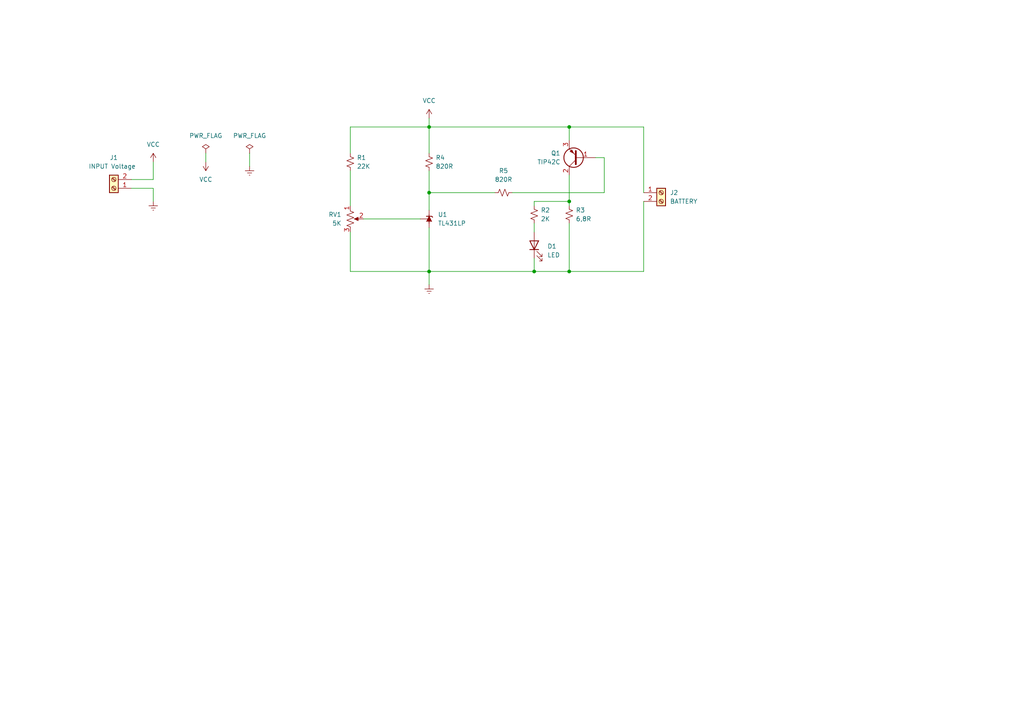
<source format=kicad_sch>
(kicad_sch (version 20230121) (generator eeschema)
  (paper "A4")
  (lib_symbols
    (symbol "Connector:Screw_Terminal_01x02" (pin_names (offset 1.016) hide)
      (property "Reference" "J" (at 0 2.54 0))
      (property "Value" "Screw_Terminal_01x02" (at 0 -5.08 0))
      (symbol "Screw_Terminal_01x02_1_1"
        (rectangle (start -1.27 1.27) (end 1.27 -3.81) (stroke (width 0.254)) (fill (type background)))
        (circle (center 0 -2.54) (radius 0.635) (stroke (width 0.1524)))
        (polyline (pts (xy -0.5334 -2.2098) (xy 0.3302 -3.048)) (stroke (width 0.1524)))
        (polyline (pts (xy -0.5334 0.3302) (xy 0.3302 -0.508)) (stroke (width 0.1524)))
        (polyline (pts (xy -0.3556 -2.032) (xy 0.508 -2.8702)) (stroke (width 0.1524)))
        (polyline (pts (xy -0.3556 0.508) (xy 0.508 -0.3302)) (stroke (width 0.1524)))
        (circle (center 0 0) (radius 0.635) (stroke (width 0.1524)))
        (pin passive line (at -5.08 0 0) (length 3.81) (name "Pin_1") (number "1"))
        (pin passive line (at -5.08 -2.54 0) (length 3.81) (name "Pin_2") (number "2"))
      )
    )
    (symbol "Device:LED" (pin_numbers hide) (pin_names (offset 1.016) hide)
      (property "Reference" "D" (at 0 2.54 0))
      (property "Value" "LED" (at 0 -2.54 0))
      (symbol "LED_0_1"
        (polyline (pts (xy -1.27 -1.27) (xy -1.27 1.27)) (stroke (width 0.254)))
        (polyline (pts (xy -1.27 0) (xy 1.27 0)))
        (polyline (pts (xy 1.27 -1.27) (xy 1.27 1.27) (xy -1.27 0) (xy 1.27 -1.27)) (stroke (width 0.254)))
        (polyline (pts (xy -3.048 -0.762) (xy -4.572 -2.286) (xy -3.81 -2.286) (xy -4.572 -2.286) (xy -4.572 -1.524)))
        (polyline (pts (xy -1.778 -0.762) (xy -3.302 -2.286) (xy -2.54 -2.286) (xy -3.302 -2.286) (xy -3.302 -1.524)))
      )
      (symbol "LED_1_1"
        (pin passive line (at -3.81 0 0) (length 2.54) (name "K") (number "1"))
        (pin passive line (at 3.81 0 180) (length 2.54) (name "A") (number "2"))
      )
    )
    (symbol "Device:R_Potentiometer_US" (pin_names (offset 1.016) hide)
      (property "Reference" "RV" (at -4.445 0 90))
      (property "Value" "R_Potentiometer_US" (at -2.54 0 90))
      (symbol "R_Potentiometer_US_0_1"
        (polyline (pts (xy 0 -2.286) (xy 0 -2.54)))
        (polyline (pts (xy 0 2.54) (xy 0 2.286)))
        (polyline (pts (xy 2.54 0) (xy 1.524 0)))
        (polyline (pts (xy 1.143 0) (xy 2.286 0.508) (xy 2.286 -0.508) (xy 1.143 0)) (fill (type outline)))
        (polyline (pts (xy 0 -0.762) (xy 1.016 -1.143) (xy 0 -1.524) (xy -1.016 -1.905) (xy 0 -2.286)))
        (polyline (pts (xy 0 0.762) (xy 1.016 0.381) (xy 0 0) (xy -1.016 -0.381) (xy 0 -0.762)))
        (polyline (pts (xy 0 2.286) (xy 1.016 1.905) (xy 0 1.524) (xy -1.016 1.143) (xy 0 0.762)))
      )
      (symbol "R_Potentiometer_US_1_1"
        (pin passive line (at 0 3.81 270) (length 1.27) (name "1") (number "1"))
        (pin passive line (at 3.81 0 180) (length 1.27) (name "2") (number "2"))
        (pin passive line (at 0 -3.81 90) (length 1.27) (name "3") (number "3"))
      )
    )
    (symbol "Device:R_Small_US" (pin_numbers hide) (pin_names (offset 0.254) hide)
      (property "Reference" "R" (at 0.762 0.508 0))
      (property "Value" "R_Small_US" (at 0.762 -1.016 0))
      (symbol "R_Small_US_1_1"
        (polyline (pts (xy 0 0) (xy 1.016 -0.381) (xy 0 -0.762) (xy -1.016 -1.143) (xy 0 -1.524)))
        (polyline (pts (xy 0 1.524) (xy 1.016 1.143) (xy 0 0.762) (xy -1.016 0.381) (xy 0 0)))
        (pin passive line (at 0 2.54 270) (length 1.016) (name "~") (number "1"))
        (pin passive line (at 0 -2.54 90) (length 1.016) (name "~") (number "2"))
      )
    )
    (symbol "Reference_Voltage:TL431LP" (pin_numbers hide) (pin_names hide)
      (property "Reference" "U" (at -2.54 2.54 0))
      (property "Value" "TL431LP" (at 0 -2.54 0))
      (symbol "TL431LP_0_1"
        (polyline (pts (xy -1.27 0) (xy 0 0) (xy 1.27 0)))
        (polyline (pts (xy -0.762 0.762) (xy 0.762 0) (xy -0.762 -0.762)) (fill (type outline)))
        (polyline (pts (xy 0.508 -1.016) (xy 0.762 -0.762) (xy 0.762 0.762) (xy 0.762 0.762)) (stroke (width 0.254)))
      )
      (symbol "TL431LP_1_1"
        (pin passive line (at 0 2.54 270) (length 2.54) (name "REF") (number "1"))
        (pin passive line (at -2.54 0 0) (length 2.54) (name "A") (number "2"))
        (pin passive line (at 2.54 0 180) (length 2.54) (name "K") (number "3"))
      )
    )
    (symbol "Transistor_BJT:TIP42C" (pin_names (offset 0) hide)
      (property "Reference" "Q" (at 6.35 1.905 0))
      (property "Value" "TIP42C" (at 6.35 0 0))
      (symbol "TIP42C_0_1"
        (polyline (pts (xy 0.635 0.635) (xy 2.54 2.54)))
        (polyline (pts (xy 0.635 -0.635) (xy 2.54 -2.54) (xy 2.54 -2.54)))
        (polyline (pts (xy 0.635 1.905) (xy 0.635 -1.905) (xy 0.635 -1.905)) (stroke (width 0.508)))
        (polyline (pts (xy 2.286 -1.778) (xy 1.778 -2.286) (xy 1.27 -1.27) (xy 2.286 -1.778) (xy 2.286 -1.778)) (fill (type outline)))
        (circle (center 1.27 0) (radius 2.8194) (stroke (width 0.254)))
      )
      (symbol "TIP42C_1_1"
        (pin input line (at -5.08 0 0) (length 5.715) (name "B") (number "1"))
        (pin passive line (at 2.54 5.08 270) (length 2.54) (name "C") (number "2"))
        (pin passive line (at 2.54 -5.08 90) (length 2.54) (name "E") (number "3"))
      )
    )
    (symbol "power:Earth" (power) (pin_names (offset 0))
      (symbol "Earth_0_1"
        (polyline (pts (xy -0.635 -1.905) (xy 0.635 -1.905)))
        (polyline (pts (xy -0.127 -2.54) (xy 0.127 -2.54)))
        (polyline (pts (xy 0 -1.27) (xy 0 0)))
        (polyline (pts (xy 1.27 -1.27) (xy -1.27 -1.27)))
      )
      (symbol "Earth_1_1"
        (pin power_in line (at 0 0 270) (length 0) hide (name "Earth") (number "1"))
      )
    )
    (symbol "power:PWR_FLAG" (power) (pin_numbers hide) (pin_names (offset 0) hide)
      (property "Value" "PWR_FLAG" (at 0 3.81 0))
      (symbol "PWR_FLAG_0_0"
        (pin power_out line (at 0 0 90) (length 0) (name "pwr") (number "1"))
      )
      (symbol "PWR_FLAG_0_1"
        (polyline (pts (xy 0 0) (xy 0 1.27) (xy -1.016 1.905) (xy 0 2.54) (xy 1.016 1.905) (xy 0 1.27)))
      )
    )
    (symbol "power:VCC" (power) (pin_names (offset 0))
      (property "Value" "VCC" (at 0 3.81 0))
      (symbol "VCC_0_1"
        (polyline (pts (xy -0.762 1.27) (xy 0 2.54)))
        (polyline (pts (xy 0 0) (xy 0 2.54)))
        (polyline (pts (xy 0 2.54) (xy 0.762 1.27)))
      )
      (symbol "VCC_1_1"
        (pin power_in line (at 0 0 90) (length 0) hide (name "VCC") (number "1"))
      )
    )
  )
  (junction (at 165.1 36.83))
  (junction (at 165.1 78.74))
  (junction (at 154.94 78.74))
  (junction (at 165.1 58.42))
  (junction (at 124.46 78.74))
  (junction (at 124.46 36.83))
  (junction (at 124.46 55.88))
  (wire (pts (xy 124.46 36.83) (xy 165.1 36.83)))
  (wire (pts (xy 154.94 64.77) (xy 154.94 67.31)))
  (wire (pts (xy 186.69 36.83) (xy 165.1 36.83)))
  (wire (pts (xy 101.6 49.53) (xy 101.6 59.69)))
  (wire (pts (xy 124.46 82.55) (xy 124.46 78.74)))
  (wire (pts (xy 186.69 55.88) (xy 186.69 36.83)))
  (wire (pts (xy 186.69 58.42) (xy 186.69 78.74)))
  (wire (pts (xy 124.46 55.88) (xy 124.46 60.96)))
  (wire (pts (xy 124.46 55.88) (xy 143.51 55.88)))
  (wire (pts (xy 148.59 55.88) (xy 175.26 55.88)))
  (wire (pts (xy 72.39 44.45) (xy 72.39 48.26)))
  (wire (pts (xy 154.94 58.42) (xy 165.1 58.42)))
  (wire (pts (xy 124.46 49.53) (xy 124.46 55.88)))
  (wire (pts (xy 124.46 66.04) (xy 124.46 78.74)))
  (wire (pts (xy 154.94 74.93) (xy 154.94 78.74)))
  (wire (pts (xy 165.1 58.42) (xy 165.1 59.69)))
  (wire (pts (xy 165.1 64.77) (xy 165.1 78.74)))
  (wire (pts (xy 101.6 36.83) (xy 101.6 44.45)))
  (wire (pts (xy 186.69 78.74) (xy 165.1 78.74)))
  (wire (pts (xy 44.45 54.61) (xy 44.45 58.42)))
  (wire (pts (xy 154.94 78.74) (xy 124.46 78.74)))
  (wire (pts (xy 124.46 34.29) (xy 124.46 36.83)))
  (wire (pts (xy 38.1 52.07) (xy 44.45 52.07)))
  (wire (pts (xy 44.45 46.99) (xy 44.45 52.07)))
  (wire (pts (xy 59.69 44.45) (xy 59.69 46.99)))
  (wire (pts (xy 165.1 40.64) (xy 165.1 36.83)))
  (wire (pts (xy 175.26 55.88) (xy 175.26 45.72)))
  (wire (pts (xy 124.46 36.83) (xy 101.6 36.83)))
  (wire (pts (xy 124.46 36.83) (xy 124.46 44.45)))
  (wire (pts (xy 38.1 54.61) (xy 44.45 54.61)))
  (wire (pts (xy 165.1 78.74) (xy 154.94 78.74)))
  (wire (pts (xy 101.6 67.31) (xy 101.6 78.74)))
  (wire (pts (xy 105.41 63.5) (xy 121.92 63.5)))
  (wire (pts (xy 154.94 59.69) (xy 154.94 58.42)))
  (wire (pts (xy 165.1 50.8) (xy 165.1 58.42)))
  (wire (pts (xy 101.6 78.74) (xy 124.46 78.74)))
  (wire (pts (xy 175.26 45.72) (xy 172.72 45.72)))
  (symbol (lib_id "Connector:Screw_Terminal_01x02") (at 33.02 54.61 180) (unit 1)
    (property "Reference" "J1" (at 33.02 45.72 0))
    (property "Value" "INPUT Voltage " (at 33.02 48.26 0))
    (property "Footprint" "TerminalBlock:TerminalBlock_bornier-2_P5.08mm" (effects hide))
  )
  (symbol (lib_id "Device:R_Small_US") (at 165.1 62.23 0) (unit 1)
    (property "Reference" "R3" (at 166.9973 60.96 0) (effects (justify left)))
    (property "Value" "6,8R" (at 166.9973 63.5 0) (effects (justify left)))
    (property "Footprint" "Resistor_THT:R_Axial_Power_L25.0mm_W9.0mm_P27.94mm" (effects hide))
  )
  (symbol (lib_id "power:Earth") (at 124.46 82.55 0) (unit 1)
    (property "Reference" "#PWR04" (effects hide))
    (property "Value" "Earth" (effects hide))
  )
  (symbol (lib_id "power:PWR_FLAG") (at 59.69 44.45 0) (unit 1)
    (property "Reference" "#FLG01" (effects hide))
    (property "Value" "PWR_FLAG" (at 59.69 39.37 0))
  )
  (symbol (lib_id "Transistor_BJT:TIP42C") (at 167.64 45.72 180) (unit 1)
    (property "Reference" "Q1" (at 162.56 44.45 0) (effects (justify left)))
    (property "Value" "TIP42C" (at 162.56 46.99 0) (effects (justify left)))
    (property "Footprint" "Package_TO_SOT_THT:TO-220-3_Vertical" (effects hide))
    (property "Datasheet" "https://www.centralsemi.com/get_document.php?cmp=1&mergetype=pd&mergepath=pd&pdf_id=TIP42.PDF" (effects hide))
  )
  (symbol (lib_id "power:VCC") (at 44.45 46.99 0) (unit 1)
    (property "Reference" "#PWR01" (effects hide))
    (property "Value" "VCC" (at 44.45 41.91 0))
  )
  (symbol (lib_id "Device:R_Small_US") (at 154.94 62.23 0) (unit 1)
    (property "Reference" "R2" (at 156.8373 60.96 0) (effects (justify left)))
    (property "Value" "2K" (at 156.8373 63.5 0) (effects (justify left)))
    (property "Footprint" "Resistor_THT:R_Axial_DIN0207_L6.3mm_D2.5mm_P15.24mm_Horizontal" (effects hide))
  )
  (symbol (lib_id "power:VCC") (at 124.46 34.29 0) (unit 1)
    (property "Reference" "#PWR03" (effects hide))
    (property "Value" "VCC" (at 124.46 29.21 0))
  )
  (symbol (lib_id "Reference_Voltage:TL431LP") (at 124.46 63.5 90) (unit 1)
    (property "Reference" "U1" (at 127 62.23 90) (effects (justify right)))
    (property "Value" "TL431LP" (at 127 64.77 90) (effects (justify right)))
    (property "Footprint" "Package_TO_SOT_THT:TO-92_Inline" (effects hide))
    (property "Datasheet" "http://www.ti.com/lit/ds/symlink/tl431.pdf" (effects hide))
  )
  (symbol (lib_id "Device:LED") (at 154.94 71.12 90) (unit 1)
    (property "Reference" "D1" (at 158.75 71.4375 90) (effects (justify right)))
    (property "Value" "LED" (at 158.75 73.9775 90) (effects (justify right)))
    (property "Footprint" "LED_THT:LED_D5.0mm" (effects hide))
  )
  (symbol (lib_id "Device:R_Potentiometer_US") (at 101.6 63.5 0) (unit 1)
    (property "Reference" "RV1" (at 99.06 62.23 0) (effects (justify right)))
    (property "Value" "5K" (at 99.06 64.77 0) (effects (justify right)))
    (property "Footprint" "Potentiometer_THT:Potentiometer_Vishay_148-149_Single_Horizontal" (effects hide))
  )
  (symbol (lib_id "power:VCC") (at 59.69 46.99 180) (unit 1)
    (property "Reference" "#PWR05" (effects hide))
    (property "Value" "VCC" (at 59.69 52.07 0))
  )
  (symbol (lib_id "power:Earth") (at 72.39 48.26 0) (unit 1)
    (property "Reference" "#PWR06" (effects hide))
    (property "Value" "Earth" (effects hide))
  )
  (symbol (lib_id "power:Earth") (at 44.45 58.42 0) (unit 1)
    (property "Reference" "#PWR02" (effects hide))
    (property "Value" "Earth" (effects hide))
  )
  (symbol (lib_id "Connector:Screw_Terminal_01x02") (at 191.77 55.88 0) (unit 1)
    (property "Reference" "J2" (at 194.31 55.88 0) (effects (justify left)))
    (property "Value" "BATTERY" (at 194.31 58.42 0) (effects (justify left)))
    (property "Footprint" "TerminalBlock:TerminalBlock_bornier-2_P5.08mm" (effects hide))
  )
  (symbol (lib_id "Device:R_Small_US") (at 124.46 46.99 0) (unit 1)
    (property "Reference" "R4" (at 126.3573 45.72 0) (effects (justify left)))
    (property "Value" "820R" (at 126.3573 48.26 0) (effects (justify left)))
    (property "Footprint" "Resistor_THT:R_Axial_DIN0207_L6.3mm_D2.5mm_P15.24mm_Horizontal" (effects hide))
  )
  (symbol (lib_id "Device:R_Small_US") (at 146.05 55.88 90) (unit 1)
    (property "Reference" "R5" (at 146.05 49.53 90))
    (property "Value" "820R" (at 146.05 52.07 90))
    (property "Footprint" "Resistor_THT:R_Axial_DIN0207_L6.3mm_D2.5mm_P15.24mm_Horizontal" (effects hide))
  )
  (symbol (lib_id "Device:R_Small_US") (at 101.6 46.99 0) (unit 1)
    (property "Reference" "R1" (at 103.4973 45.72 0) (effects (justify left)))
    (property "Value" "22K" (at 103.4973 48.26 0) (effects (justify left)))
    (property "Footprint" "Resistor_THT:R_Axial_DIN0207_L6.3mm_D2.5mm_P15.24mm_Horizontal" (effects hide))
  )
  (symbol (lib_id "power:PWR_FLAG") (at 72.39 44.45 0) (unit 1)
    (property "Reference" "#FLG02" (effects hide))
    (property "Value" "PWR_FLAG" (at 72.39 39.37 0))
  )
)
</source>
